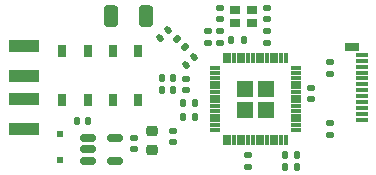
<source format=gbr>
%TF.GenerationSoftware,KiCad,Pcbnew,(6.0.7)*%
%TF.CreationDate,2023-02-09T21:31:32-08:00*%
%TF.ProjectId,ESP_SoC,4553505f-536f-4432-9e6b-696361645f70,rev?*%
%TF.SameCoordinates,Original*%
%TF.FileFunction,Paste,Top*%
%TF.FilePolarity,Positive*%
%FSLAX46Y46*%
G04 Gerber Fmt 4.6, Leading zero omitted, Abs format (unit mm)*
G04 Created by KiCad (PCBNEW (6.0.7)) date 2023-02-09 21:31:32*
%MOMM*%
%LPD*%
G01*
G04 APERTURE LIST*
G04 Aperture macros list*
%AMRoundRect*
0 Rectangle with rounded corners*
0 $1 Rounding radius*
0 $2 $3 $4 $5 $6 $7 $8 $9 X,Y pos of 4 corners*
0 Add a 4 corners polygon primitive as box body*
4,1,4,$2,$3,$4,$5,$6,$7,$8,$9,$2,$3,0*
0 Add four circle primitives for the rounded corners*
1,1,$1+$1,$2,$3*
1,1,$1+$1,$4,$5*
1,1,$1+$1,$6,$7*
1,1,$1+$1,$8,$9*
0 Add four rect primitives between the rounded corners*
20,1,$1+$1,$2,$3,$4,$5,0*
20,1,$1+$1,$4,$5,$6,$7,0*
20,1,$1+$1,$6,$7,$8,$9,0*
20,1,$1+$1,$8,$9,$2,$3,0*%
G04 Aperture macros list end*
%ADD10C,0.010000*%
%ADD11RoundRect,0.140000X0.170000X-0.140000X0.170000X0.140000X-0.170000X0.140000X-0.170000X-0.140000X0*%
%ADD12RoundRect,0.135000X-0.135000X-0.185000X0.135000X-0.185000X0.135000X0.185000X-0.135000X0.185000X0*%
%ADD13R,2.500000X1.100000*%
%ADD14RoundRect,0.147500X-0.172500X0.147500X-0.172500X-0.147500X0.172500X-0.147500X0.172500X0.147500X0*%
%ADD15RoundRect,0.140000X-0.170000X0.140000X-0.170000X-0.140000X0.170000X-0.140000X0.170000X0.140000X0*%
%ADD16RoundRect,0.140000X-0.021213X0.219203X-0.219203X0.021213X0.021213X-0.219203X0.219203X-0.021213X0*%
%ADD17RoundRect,0.147500X-0.226274X-0.017678X-0.017678X-0.226274X0.226274X0.017678X0.017678X0.226274X0*%
%ADD18RoundRect,0.276000X-0.324000X-0.634000X0.324000X-0.634000X0.324000X0.634000X-0.324000X0.634000X0*%
%ADD19RoundRect,0.135000X0.185000X-0.135000X0.185000X0.135000X-0.185000X0.135000X-0.185000X-0.135000X0*%
%ADD20RoundRect,0.225000X-0.250000X0.225000X-0.250000X-0.225000X0.250000X-0.225000X0.250000X0.225000X0*%
%ADD21RoundRect,0.140000X0.140000X0.170000X-0.140000X0.170000X-0.140000X-0.170000X0.140000X-0.170000X0*%
%ADD22R,0.650000X1.050000*%
%ADD23R,0.500000X0.500000*%
%ADD24R,1.150000X0.700000*%
%ADD25R,1.000000X0.380000*%
%ADD26RoundRect,0.150000X-0.512500X-0.150000X0.512500X-0.150000X0.512500X0.150000X-0.512500X0.150000X0*%
%ADD27RoundRect,0.135000X-0.185000X0.135000X-0.185000X-0.135000X0.185000X-0.135000X0.185000X0.135000X0*%
%ADD28RoundRect,0.022000X-0.088000X-0.383000X0.088000X-0.383000X0.088000X0.383000X-0.088000X0.383000X0*%
%ADD29RoundRect,0.006600X-0.398400X-0.103400X0.398400X-0.103400X0.398400X0.103400X-0.398400X0.103400X0*%
%ADD30R,0.900000X0.800000*%
G04 APERTURE END LIST*
%TO.C,U2*%
G36*
X123755000Y-101265000D02*
G01*
X122485000Y-101265000D01*
X122485000Y-99995000D01*
X123755000Y-99995000D01*
X123755000Y-101265000D01*
G37*
D10*
X123755000Y-101265000D02*
X122485000Y-101265000D01*
X122485000Y-99995000D01*
X123755000Y-99995000D01*
X123755000Y-101265000D01*
G36*
X125515000Y-99505000D02*
G01*
X124245000Y-99505000D01*
X124245000Y-98235000D01*
X125515000Y-98235000D01*
X125515000Y-99505000D01*
G37*
X125515000Y-99505000D02*
X124245000Y-99505000D01*
X124245000Y-98235000D01*
X125515000Y-98235000D01*
X125515000Y-99505000D01*
G36*
X123755000Y-99505000D02*
G01*
X122485000Y-99505000D01*
X122485000Y-98235000D01*
X123755000Y-98235000D01*
X123755000Y-99505000D01*
G37*
X123755000Y-99505000D02*
X122485000Y-99505000D01*
X122485000Y-98235000D01*
X123755000Y-98235000D01*
X123755000Y-99505000D01*
G36*
X125515000Y-101265000D02*
G01*
X124245000Y-101265000D01*
X124245000Y-99995000D01*
X125515000Y-99995000D01*
X125515000Y-101265000D01*
G37*
X125515000Y-101265000D02*
X124245000Y-101265000D01*
X124245000Y-99995000D01*
X125515000Y-99995000D01*
X125515000Y-101265000D01*
%TD*%
D11*
%TO.C,C16*%
X128750000Y-98770000D03*
X128750000Y-99730000D03*
%TD*%
D12*
%TO.C,R2*%
X118910000Y-101300000D03*
X117890000Y-101300000D03*
%TD*%
D13*
%TO.C,J1*%
X104400000Y-102250000D03*
X104400000Y-99750000D03*
X104400000Y-97750000D03*
X104400000Y-95250000D03*
%TD*%
D11*
%TO.C,C2*%
X120000000Y-94020000D03*
X120000000Y-94980000D03*
%TD*%
D12*
%TO.C,R4*%
X127510000Y-104500000D03*
X126490000Y-104500000D03*
%TD*%
D14*
%TO.C,L2*%
X118100000Y-98985000D03*
X118100000Y-98015000D03*
%TD*%
D15*
%TO.C,C7*%
X117000000Y-103380000D03*
X117000000Y-102420000D03*
%TD*%
D12*
%TO.C,R3*%
X127510000Y-105500000D03*
X126490000Y-105500000D03*
%TD*%
D11*
%TO.C,C9*%
X125000000Y-94020000D03*
X125000000Y-94980000D03*
%TD*%
D15*
%TO.C,C13*%
X113750000Y-103980000D03*
X113750000Y-103020000D03*
%TD*%
D16*
%TO.C,C3*%
X115910589Y-94589411D03*
X116589411Y-93910589D03*
%TD*%
D15*
%TO.C,C15*%
X125000000Y-92980000D03*
X125000000Y-92020000D03*
%TD*%
D17*
%TO.C,L1*%
X118092947Y-95342947D03*
X117407053Y-94657053D03*
%TD*%
D18*
%TO.C,AE1*%
X114710000Y-92750000D03*
X111790000Y-92750000D03*
%TD*%
D19*
%TO.C,R5*%
X130300000Y-96590000D03*
X130300000Y-97610000D03*
%TD*%
D20*
%TO.C,C8*%
X115250000Y-104025000D03*
X115250000Y-102475000D03*
%TD*%
D21*
%TO.C,C6*%
X117080000Y-99000000D03*
X116120000Y-99000000D03*
%TD*%
D22*
%TO.C,SW2*%
X109825000Y-99825000D03*
X109825000Y-95675000D03*
X107675000Y-95675000D03*
X107675000Y-99825000D03*
%TD*%
%TO.C,SW1*%
X114075000Y-99825000D03*
X114075000Y-95675000D03*
X111925000Y-99825000D03*
X111925000Y-95675000D03*
%TD*%
D23*
%TO.C,D1*%
X107500000Y-102700000D03*
X107500000Y-104900000D03*
%TD*%
D15*
%TO.C,C10*%
X123400000Y-105480000D03*
X123400000Y-104520000D03*
%TD*%
D21*
%TO.C,C5*%
X116120000Y-98000000D03*
X117080000Y-98000000D03*
%TD*%
D24*
%TO.C,P1*%
X132170000Y-95330000D03*
D25*
X133010000Y-101500000D03*
X133010000Y-101000000D03*
X133010000Y-100500000D03*
X133010000Y-100000000D03*
X133010000Y-99500000D03*
X133010000Y-99000000D03*
X133010000Y-98500000D03*
X133010000Y-98000000D03*
X133010000Y-97500000D03*
X133010000Y-97000000D03*
X133010000Y-96500000D03*
X133010000Y-96000000D03*
%TD*%
D26*
%TO.C,U1*%
X112137500Y-103050000D03*
X112137500Y-104950000D03*
X109862500Y-104950000D03*
X109862500Y-104000000D03*
X109862500Y-103050000D03*
%TD*%
D21*
%TO.C,C11*%
X117920000Y-100100000D03*
X118880000Y-100100000D03*
%TD*%
D11*
%TO.C,C14*%
X121000000Y-92000000D03*
X121000000Y-92960000D03*
%TD*%
%TO.C,C1*%
X121000000Y-94020000D03*
X121000000Y-94980000D03*
%TD*%
D27*
%TO.C,R6*%
X130300000Y-102810000D03*
X130300000Y-101790000D03*
%TD*%
D12*
%TO.C,R1*%
X123010000Y-94750000D03*
X121990000Y-94750000D03*
%TD*%
D16*
%TO.C,C4*%
X118160589Y-96839411D03*
X118839411Y-96160589D03*
%TD*%
D28*
%TO.C,U2*%
X121400000Y-96305000D03*
X121800000Y-96305000D03*
X122200000Y-96305000D03*
X122600000Y-96305000D03*
X123000000Y-96305000D03*
X123400000Y-96305000D03*
X123800000Y-96305000D03*
X124200000Y-96305000D03*
X124600000Y-96305000D03*
X125000000Y-96305000D03*
X125400000Y-96305000D03*
X125800000Y-96305000D03*
X126200000Y-96305000D03*
X126600000Y-96305000D03*
D29*
X127445000Y-97150000D03*
X127445000Y-97550000D03*
X127445000Y-97950000D03*
X127445000Y-98350000D03*
X127445000Y-98750000D03*
X127445000Y-99150000D03*
X127445000Y-99550000D03*
X127445000Y-99950000D03*
X127445000Y-100350000D03*
X127445000Y-100750000D03*
X127445000Y-101150000D03*
X127445000Y-101550000D03*
X127445000Y-101950000D03*
X127445000Y-102350000D03*
D28*
X126600000Y-103195000D03*
X126200000Y-103195000D03*
X125800000Y-103195000D03*
X125400000Y-103195000D03*
X125000000Y-103195000D03*
X124600000Y-103195000D03*
X124200000Y-103195000D03*
X123800000Y-103195000D03*
X123400000Y-103195000D03*
X123000000Y-103195000D03*
X122600000Y-103195000D03*
X122200000Y-103195000D03*
X121800000Y-103195000D03*
X121400000Y-103195000D03*
D29*
X120555000Y-102350000D03*
X120555000Y-101950000D03*
X120555000Y-101550000D03*
X120555000Y-101150000D03*
X120555000Y-100750000D03*
X120555000Y-100350000D03*
X120555000Y-99950000D03*
X120555000Y-99550000D03*
X120555000Y-99150000D03*
X120555000Y-98750000D03*
X120555000Y-98350000D03*
X120555000Y-97950000D03*
X120555000Y-97550000D03*
X120555000Y-97150000D03*
%TD*%
D30*
%TO.C,Y1*%
X122300000Y-92200000D03*
X123700000Y-92200000D03*
X123700000Y-93300000D03*
X122300000Y-93300000D03*
%TD*%
D21*
%TO.C,C12*%
X108920000Y-101600000D03*
X109880000Y-101600000D03*
%TD*%
M02*

</source>
